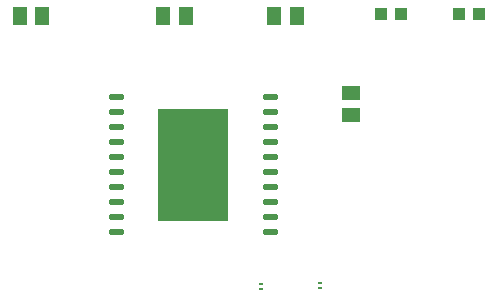
<source format=gbr>
G04 EAGLE Gerber RS-274X export*
G75*
%MOMM*%
%FSLAX34Y34*%
%LPD*%
%INSolderpaste Top*%
%IPPOS*%
%AMOC8*
5,1,8,0,0,1.08239X$1,22.5*%
G01*
%ADD10R,1.100000X1.000000*%
%ADD11R,1.500000X1.300000*%
%ADD12R,0.350000X0.250000*%
%ADD13R,1.300000X1.500000*%
%ADD14C,0.265000*%
%ADD15R,6.000000X9.600000*%


D10*
X448700Y372800D03*
X465700Y372800D03*
D11*
X423800Y287100D03*
X423800Y306100D03*
D12*
X397200Y140400D03*
X397200Y145400D03*
X347200Y139600D03*
X347200Y144600D03*
D10*
X515200Y372800D03*
X532200Y372800D03*
D13*
X264500Y371200D03*
X283500Y371200D03*
X358700Y371200D03*
X377700Y371200D03*
X142900Y371200D03*
X161900Y371200D03*
D14*
X219350Y301375D02*
X229700Y301375D01*
X219350Y301375D02*
X219350Y304025D01*
X229700Y304025D01*
X229700Y301375D01*
X229700Y303892D02*
X219350Y303892D01*
X219350Y288675D02*
X229700Y288675D01*
X219350Y288675D02*
X219350Y291325D01*
X229700Y291325D01*
X229700Y288675D01*
X229700Y291192D02*
X219350Y291192D01*
X219350Y275975D02*
X229700Y275975D01*
X219350Y275975D02*
X219350Y278625D01*
X229700Y278625D01*
X229700Y275975D01*
X229700Y278492D02*
X219350Y278492D01*
X219350Y263275D02*
X229700Y263275D01*
X219350Y263275D02*
X219350Y265925D01*
X229700Y265925D01*
X229700Y263275D01*
X229700Y265792D02*
X219350Y265792D01*
X219350Y250575D02*
X229700Y250575D01*
X219350Y250575D02*
X219350Y253225D01*
X229700Y253225D01*
X229700Y250575D01*
X229700Y253092D02*
X219350Y253092D01*
X219350Y237875D02*
X229700Y237875D01*
X219350Y237875D02*
X219350Y240525D01*
X229700Y240525D01*
X229700Y237875D01*
X229700Y240392D02*
X219350Y240392D01*
X219350Y225175D02*
X229700Y225175D01*
X219350Y225175D02*
X219350Y227825D01*
X229700Y227825D01*
X229700Y225175D01*
X229700Y227692D02*
X219350Y227692D01*
X219350Y212475D02*
X229700Y212475D01*
X219350Y212475D02*
X219350Y215125D01*
X229700Y215125D01*
X229700Y212475D01*
X229700Y214992D02*
X219350Y214992D01*
X219350Y199775D02*
X229700Y199775D01*
X219350Y199775D02*
X219350Y202425D01*
X229700Y202425D01*
X229700Y199775D01*
X229700Y202292D02*
X219350Y202292D01*
X219350Y187075D02*
X229700Y187075D01*
X219350Y187075D02*
X219350Y189725D01*
X229700Y189725D01*
X229700Y187075D01*
X229700Y189592D02*
X219350Y189592D01*
X349775Y288675D02*
X360125Y288675D01*
X349775Y288675D02*
X349775Y291325D01*
X360125Y291325D01*
X360125Y288675D01*
X360125Y291192D02*
X349775Y291192D01*
X349775Y275975D02*
X360125Y275975D01*
X349775Y275975D02*
X349775Y278625D01*
X360125Y278625D01*
X360125Y275975D01*
X360125Y278492D02*
X349775Y278492D01*
X349775Y263275D02*
X360125Y263275D01*
X349775Y263275D02*
X349775Y265925D01*
X360125Y265925D01*
X360125Y263275D01*
X360125Y265792D02*
X349775Y265792D01*
X349775Y250575D02*
X360125Y250575D01*
X349775Y250575D02*
X349775Y253225D01*
X360125Y253225D01*
X360125Y250575D01*
X360125Y253092D02*
X349775Y253092D01*
X349775Y237875D02*
X360125Y237875D01*
X349775Y237875D02*
X349775Y240525D01*
X360125Y240525D01*
X360125Y237875D01*
X360125Y240392D02*
X349775Y240392D01*
X349775Y225175D02*
X360125Y225175D01*
X349775Y225175D02*
X349775Y227825D01*
X360125Y227825D01*
X360125Y225175D01*
X360125Y227692D02*
X349775Y227692D01*
X349775Y212475D02*
X360125Y212475D01*
X349775Y212475D02*
X349775Y215125D01*
X360125Y215125D01*
X360125Y212475D01*
X360125Y214992D02*
X349775Y214992D01*
X349775Y199775D02*
X360125Y199775D01*
X349775Y199775D02*
X349775Y202425D01*
X360125Y202425D01*
X360125Y199775D01*
X360125Y202292D02*
X349775Y202292D01*
X349775Y187075D02*
X360125Y187075D01*
X349775Y187075D02*
X349775Y189725D01*
X360125Y189725D01*
X360125Y187075D01*
X360125Y189592D02*
X349775Y189592D01*
X349775Y301375D02*
X360125Y301375D01*
X349775Y301375D02*
X349775Y304025D01*
X360125Y304025D01*
X360125Y301375D01*
X360125Y303892D02*
X349775Y303892D01*
D15*
X290000Y245000D03*
M02*

</source>
